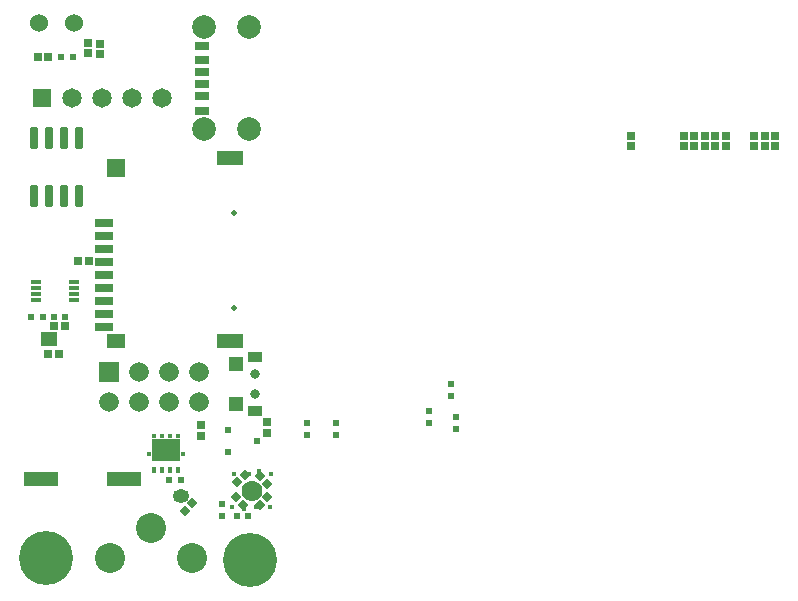
<source format=gtl>
G04*
G04 #@! TF.GenerationSoftware,Altium Limited,Altium Designer,18.0.7 (293)*
G04*
G04 Layer_Physical_Order=1*
G04 Layer_Color=255*
%FSLAX25Y25*%
%MOIN*%
G70*
G01*
G75*
%ADD14R,0.02559X0.02520*%
%ADD15R,0.02362X0.01968*%
%ADD16R,0.02264X0.02441*%
%ADD17R,0.01496X0.01693*%
%ADD18R,0.09646X0.07795*%
%ADD19R,0.01575X0.01181*%
%ADD20R,0.01378X0.01968*%
%ADD21R,0.03347X0.01181*%
G04:AMPARAMS|DCode=22|XSize=74.8mil|YSize=23.62mil|CornerRadius=2.95mil|HoleSize=0mil|Usage=FLASHONLY|Rotation=90.000|XOffset=0mil|YOffset=0mil|HoleType=Round|Shape=RoundedRectangle|*
%AMROUNDEDRECTD22*
21,1,0.07480,0.01772,0,0,90.0*
21,1,0.06890,0.02362,0,0,90.0*
1,1,0.00591,0.00886,0.03445*
1,1,0.00591,0.00886,-0.03445*
1,1,0.00591,-0.00886,-0.03445*
1,1,0.00591,-0.00886,0.03445*
%
%ADD22ROUNDEDRECTD22*%
%ADD23R,0.04724X0.03543*%
%ADD24R,0.05118X0.04724*%
G04:AMPARAMS|DCode=25|XSize=25.59mil|YSize=25.2mil|CornerRadius=0mil|HoleSize=0mil|Usage=FLASHONLY|Rotation=135.000|XOffset=0mil|YOffset=0mil|HoleType=Round|Shape=Rectangle|*
%AMROTATEDRECTD25*
4,1,4,0.01796,-0.00014,0.00014,-0.01796,-0.01796,0.00014,-0.00014,0.01796,0.01796,-0.00014,0.0*
%
%ADD25ROTATEDRECTD25*%

G04:AMPARAMS|DCode=26|XSize=25.59mil|YSize=25.2mil|CornerRadius=0mil|HoleSize=0mil|Usage=FLASHONLY|Rotation=45.000|XOffset=0mil|YOffset=0mil|HoleType=Round|Shape=Rectangle|*
%AMROTATEDRECTD26*
4,1,4,-0.00014,-0.01796,-0.01796,-0.00014,0.00014,0.01796,0.01796,0.00014,-0.00014,-0.01796,0.0*
%
%ADD26ROTATEDRECTD26*%

%ADD27R,0.04724X0.02756*%
%ADD28R,0.04724X0.02992*%
%ADD29R,0.04724X0.03150*%
%ADD30R,0.01968X0.02362*%
%ADD31R,0.02520X0.02559*%
%ADD32R,0.11420X0.04720*%
%ADD33R,0.06299X0.02756*%
%ADD34R,0.08661X0.04724*%
%ADD35R,0.05906X0.04724*%
%ADD36R,0.05906X0.06299*%
%ADD73R,0.05300X0.04800*%
%ADD74O,0.05500X0.04500*%
%ADD75C,0.03150*%
%ADD76R,0.06496X0.06496*%
%ADD77C,0.06496*%
%ADD78C,0.07000*%
%ADD79R,0.06555X0.06555*%
%ADD80C,0.06555*%
%ADD81C,0.07874*%
%ADD82C,0.18000*%
%ADD83C,0.06000*%
%ADD84C,0.10000*%
%ADD85C,0.01968*%
%ADD86C,0.01772*%
D14*
X404272Y486500D02*
D03*
X400728D02*
D03*
X398772Y576000D02*
D03*
X395228D02*
D03*
X412272Y508000D02*
D03*
X408728D02*
D03*
X398728Y477000D02*
D03*
X402272D02*
D03*
D15*
X403031Y576000D02*
D03*
X406968D02*
D03*
X396937Y489500D02*
D03*
X393000D02*
D03*
X465469Y423000D02*
D03*
X461531D02*
D03*
X439032Y435000D02*
D03*
X442969D02*
D03*
X400531Y489500D02*
D03*
X404468D02*
D03*
D16*
X468177Y448000D02*
D03*
X458823Y444260D02*
D03*
Y451740D02*
D03*
D17*
X443571Y443803D02*
D03*
X432429D02*
D03*
D18*
X438000Y445221D02*
D03*
D19*
X434161Y449709D02*
D03*
X436721D02*
D03*
X439280D02*
D03*
X441839D02*
D03*
D20*
Y438291D02*
D03*
X439280D02*
D03*
X436721D02*
D03*
X434161D02*
D03*
D21*
X407201Y500953D02*
D03*
Y498984D02*
D03*
Y497016D02*
D03*
Y495047D02*
D03*
X394799D02*
D03*
Y497016D02*
D03*
Y498984D02*
D03*
Y500953D02*
D03*
D22*
X394000Y549165D02*
D03*
X399000D02*
D03*
X404000D02*
D03*
X409000D02*
D03*
Y529835D02*
D03*
X404000D02*
D03*
X399000D02*
D03*
X394000D02*
D03*
D23*
X467551Y476055D02*
D03*
Y457945D02*
D03*
D24*
X461449Y473594D02*
D03*
Y460405D02*
D03*
D25*
X461247Y429253D02*
D03*
X463753Y426747D02*
D03*
X471753Y433747D02*
D03*
X469247Y436253D02*
D03*
D26*
X464253Y436753D02*
D03*
X461747Y434247D02*
D03*
X471753Y429253D02*
D03*
X469247Y426747D02*
D03*
X444247Y424747D02*
D03*
X446753Y427253D02*
D03*
D27*
X450157Y567031D02*
D03*
Y570968D02*
D03*
D28*
Y574984D02*
D03*
Y563016D02*
D03*
D29*
Y579827D02*
D03*
Y558173D02*
D03*
D30*
X456500Y423032D02*
D03*
X456500Y426968D02*
D03*
X494500Y453968D02*
D03*
Y450032D02*
D03*
X485000Y453937D02*
D03*
Y450000D02*
D03*
X534500Y452000D02*
D03*
Y455937D02*
D03*
X533000Y466968D02*
D03*
Y463031D02*
D03*
X525500Y454063D02*
D03*
Y458000D02*
D03*
D31*
X449500Y449728D02*
D03*
Y453272D02*
D03*
X471500Y450728D02*
D03*
Y454272D02*
D03*
X416000Y577000D02*
D03*
Y580543D02*
D03*
X412000Y577228D02*
D03*
Y580772D02*
D03*
X634000Y549772D02*
D03*
Y546228D02*
D03*
X624500Y549772D02*
D03*
Y546228D02*
D03*
X637500Y549772D02*
D03*
Y546228D02*
D03*
X621000Y549772D02*
D03*
Y546228D02*
D03*
X641000Y549772D02*
D03*
Y546228D02*
D03*
X617500Y549772D02*
D03*
Y546228D02*
D03*
X614000Y549772D02*
D03*
Y546228D02*
D03*
X610500Y549772D02*
D03*
Y546228D02*
D03*
X593000Y549772D02*
D03*
Y546228D02*
D03*
D32*
X396446Y435498D02*
D03*
X424006D02*
D03*
D33*
X417488Y486213D02*
D03*
Y490543D02*
D03*
Y494874D02*
D03*
Y499205D02*
D03*
Y503535D02*
D03*
Y507866D02*
D03*
Y512197D02*
D03*
Y516528D02*
D03*
Y520858D02*
D03*
D34*
X459221Y542512D02*
D03*
Y481488D02*
D03*
D35*
X421425D02*
D03*
D36*
Y538969D02*
D03*
D73*
X399000Y482000D02*
D03*
D74*
X443000Y429685D02*
D03*
D75*
X467551Y470346D02*
D03*
Y463654D02*
D03*
D76*
X396500Y562500D02*
D03*
D77*
X406500D02*
D03*
X416500D02*
D03*
X426500D02*
D03*
X436500D02*
D03*
D78*
X466571Y431491D02*
D03*
D79*
X419000Y471000D02*
D03*
D80*
X429000D02*
D03*
X439000D02*
D03*
X449000D02*
D03*
X419000Y461000D02*
D03*
X429000D02*
D03*
X439000D02*
D03*
X449000D02*
D03*
D81*
X465709Y551992D02*
D03*
Y586008D02*
D03*
X450748D02*
D03*
Y551992D02*
D03*
D82*
X466000Y408500D02*
D03*
X398000Y409000D02*
D03*
D83*
X407311Y587500D02*
D03*
X395500D02*
D03*
D84*
X433000Y419000D02*
D03*
X419220Y409000D02*
D03*
X446779D02*
D03*
D85*
X460795Y492512D02*
D03*
Y524008D02*
D03*
D86*
X472500Y426000D02*
D03*
X464000Y425500D02*
D03*
X460000Y426000D02*
D03*
X468000D02*
D03*
X460500Y437000D02*
D03*
X473000D02*
D03*
X465500D02*
D03*
X469000Y438000D02*
D03*
M02*

</source>
